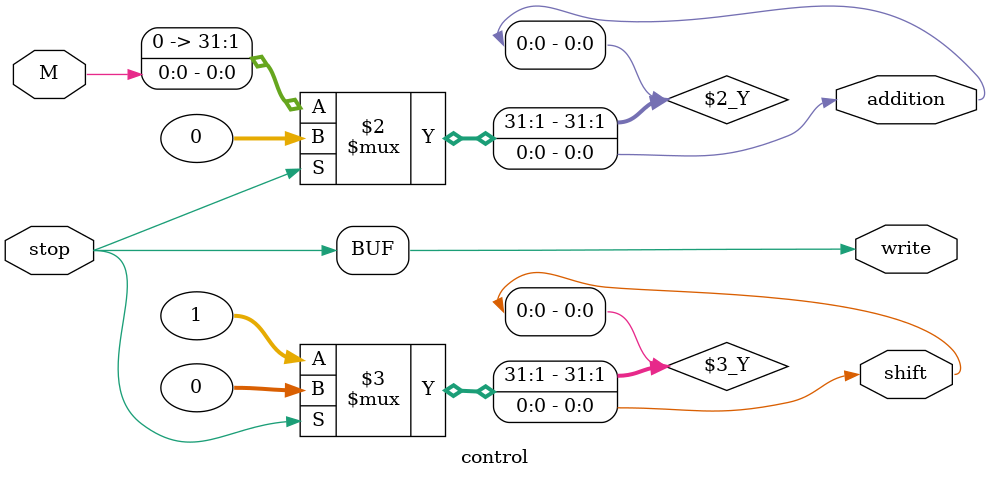
<source format=v>
`timescale 1ns / 1ps

module multiplier(
input clk, rst,
input [3:0] in1,
input [3:0] in2,
output [7:0] out
);
reg [3:0] multiplier;
reg [7:0] product, multiplicand;
reg [2:0] i;
wire stop, shift, addition, write;

control ctl(
.M(multiplier[0]),
.stop(stop),
.shift(shift),
.addition(addition),
.write(write)
);

always @(posedge clk, negedge rst) begin

product <= (!rst) ? 0 : (addition) ? product + (multiplier[0] * multiplicand) : product;
multiplier <= (!rst) ? in1 : (shift) ? multiplier>>1 : multiplier;
multiplicand <= (!rst) ? in2 : (shift) ? multiplicand<<1 : multiplicand;
i <= (!rst) ? 4 : (shift) ? i-1 : i;
end

assign stop = (i==0) ? 1 : 0;
assign out = write ? product : 0;

endmodule

module control(
input M, stop,
output shift, addition, write
);

assign addition = stop ? 0 : M;
assign shift = stop ? 0 : 1;
assign write = stop;

endmodule
</source>
